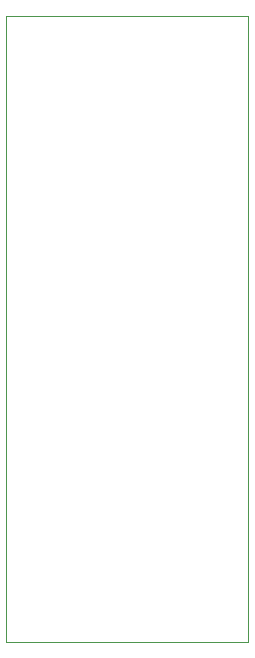
<source format=gbr>
%TF.GenerationSoftware,KiCad,Pcbnew,(5.1.10)-1*%
%TF.CreationDate,2021-09-20T15:06:15+02:00*%
%TF.ProjectId,R6522decode,52363532-3264-4656-936f-64652e6b6963,rev?*%
%TF.SameCoordinates,Original*%
%TF.FileFunction,Profile,NP*%
%FSLAX46Y46*%
G04 Gerber Fmt 4.6, Leading zero omitted, Abs format (unit mm)*
G04 Created by KiCad (PCBNEW (5.1.10)-1) date 2021-09-20 15:06:15*
%MOMM*%
%LPD*%
G01*
G04 APERTURE LIST*
%TA.AperFunction,Profile*%
%ADD10C,0.050000*%
%TD*%
G04 APERTURE END LIST*
D10*
X98000000Y-125000000D02*
X98000000Y-72000000D01*
X118500000Y-125000000D02*
X98000000Y-125000000D01*
X118500000Y-72000000D02*
X118500000Y-125000000D01*
X98000000Y-72000000D02*
X118500000Y-72000000D01*
M02*

</source>
